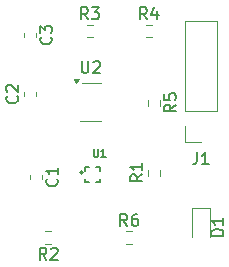
<source format=gbr>
%TF.GenerationSoftware,KiCad,Pcbnew,9.0.6*%
%TF.CreationDate,2026-01-29T18:16:48-08:00*%
%TF.ProjectId,Lab3,4c616233-2e6b-4696-9361-645f70636258,rev?*%
%TF.SameCoordinates,Original*%
%TF.FileFunction,Legend,Top*%
%TF.FilePolarity,Positive*%
%FSLAX46Y46*%
G04 Gerber Fmt 4.6, Leading zero omitted, Abs format (unit mm)*
G04 Created by KiCad (PCBNEW 9.0.6) date 2026-01-29 18:16:48*
%MOMM*%
%LPD*%
G01*
G04 APERTURE LIST*
%ADD10C,0.150000*%
%ADD11C,0.120000*%
%ADD12C,0.127000*%
%ADD13C,0.200000*%
G04 APERTURE END LIST*
D10*
X170420833Y-60484819D02*
X170087500Y-60008628D01*
X169849405Y-60484819D02*
X169849405Y-59484819D01*
X169849405Y-59484819D02*
X170230357Y-59484819D01*
X170230357Y-59484819D02*
X170325595Y-59532438D01*
X170325595Y-59532438D02*
X170373214Y-59580057D01*
X170373214Y-59580057D02*
X170420833Y-59675295D01*
X170420833Y-59675295D02*
X170420833Y-59818152D01*
X170420833Y-59818152D02*
X170373214Y-59913390D01*
X170373214Y-59913390D02*
X170325595Y-59961009D01*
X170325595Y-59961009D02*
X170230357Y-60008628D01*
X170230357Y-60008628D02*
X169849405Y-60008628D01*
X170754167Y-59484819D02*
X171373214Y-59484819D01*
X171373214Y-59484819D02*
X171039881Y-59865771D01*
X171039881Y-59865771D02*
X171182738Y-59865771D01*
X171182738Y-59865771D02*
X171277976Y-59913390D01*
X171277976Y-59913390D02*
X171325595Y-59961009D01*
X171325595Y-59961009D02*
X171373214Y-60056247D01*
X171373214Y-60056247D02*
X171373214Y-60294342D01*
X171373214Y-60294342D02*
X171325595Y-60389580D01*
X171325595Y-60389580D02*
X171277976Y-60437200D01*
X171277976Y-60437200D02*
X171182738Y-60484819D01*
X171182738Y-60484819D02*
X170897024Y-60484819D01*
X170897024Y-60484819D02*
X170801786Y-60437200D01*
X170801786Y-60437200D02*
X170754167Y-60389580D01*
X177884819Y-67714166D02*
X177408628Y-68047499D01*
X177884819Y-68285594D02*
X176884819Y-68285594D01*
X176884819Y-68285594D02*
X176884819Y-67904642D01*
X176884819Y-67904642D02*
X176932438Y-67809404D01*
X176932438Y-67809404D02*
X176980057Y-67761785D01*
X176980057Y-67761785D02*
X177075295Y-67714166D01*
X177075295Y-67714166D02*
X177218152Y-67714166D01*
X177218152Y-67714166D02*
X177313390Y-67761785D01*
X177313390Y-67761785D02*
X177361009Y-67809404D01*
X177361009Y-67809404D02*
X177408628Y-67904642D01*
X177408628Y-67904642D02*
X177408628Y-68285594D01*
X176884819Y-66809404D02*
X176884819Y-67285594D01*
X176884819Y-67285594D02*
X177361009Y-67333213D01*
X177361009Y-67333213D02*
X177313390Y-67285594D01*
X177313390Y-67285594D02*
X177265771Y-67190356D01*
X177265771Y-67190356D02*
X177265771Y-66952261D01*
X177265771Y-66952261D02*
X177313390Y-66857023D01*
X177313390Y-66857023D02*
X177361009Y-66809404D01*
X177361009Y-66809404D02*
X177456247Y-66761785D01*
X177456247Y-66761785D02*
X177694342Y-66761785D01*
X177694342Y-66761785D02*
X177789580Y-66809404D01*
X177789580Y-66809404D02*
X177837200Y-66857023D01*
X177837200Y-66857023D02*
X177884819Y-66952261D01*
X177884819Y-66952261D02*
X177884819Y-67190356D01*
X177884819Y-67190356D02*
X177837200Y-67285594D01*
X177837200Y-67285594D02*
X177789580Y-67333213D01*
X175024819Y-73626666D02*
X174548628Y-73959999D01*
X175024819Y-74198094D02*
X174024819Y-74198094D01*
X174024819Y-74198094D02*
X174024819Y-73817142D01*
X174024819Y-73817142D02*
X174072438Y-73721904D01*
X174072438Y-73721904D02*
X174120057Y-73674285D01*
X174120057Y-73674285D02*
X174215295Y-73626666D01*
X174215295Y-73626666D02*
X174358152Y-73626666D01*
X174358152Y-73626666D02*
X174453390Y-73674285D01*
X174453390Y-73674285D02*
X174501009Y-73721904D01*
X174501009Y-73721904D02*
X174548628Y-73817142D01*
X174548628Y-73817142D02*
X174548628Y-74198094D01*
X175024819Y-72674285D02*
X175024819Y-73245713D01*
X175024819Y-72959999D02*
X174024819Y-72959999D01*
X174024819Y-72959999D02*
X174167676Y-73055237D01*
X174167676Y-73055237D02*
X174262914Y-73150475D01*
X174262914Y-73150475D02*
X174310533Y-73245713D01*
X173745833Y-77984819D02*
X173412500Y-77508628D01*
X173174405Y-77984819D02*
X173174405Y-76984819D01*
X173174405Y-76984819D02*
X173555357Y-76984819D01*
X173555357Y-76984819D02*
X173650595Y-77032438D01*
X173650595Y-77032438D02*
X173698214Y-77080057D01*
X173698214Y-77080057D02*
X173745833Y-77175295D01*
X173745833Y-77175295D02*
X173745833Y-77318152D01*
X173745833Y-77318152D02*
X173698214Y-77413390D01*
X173698214Y-77413390D02*
X173650595Y-77461009D01*
X173650595Y-77461009D02*
X173555357Y-77508628D01*
X173555357Y-77508628D02*
X173174405Y-77508628D01*
X174602976Y-76984819D02*
X174412500Y-76984819D01*
X174412500Y-76984819D02*
X174317262Y-77032438D01*
X174317262Y-77032438D02*
X174269643Y-77080057D01*
X174269643Y-77080057D02*
X174174405Y-77222914D01*
X174174405Y-77222914D02*
X174126786Y-77413390D01*
X174126786Y-77413390D02*
X174126786Y-77794342D01*
X174126786Y-77794342D02*
X174174405Y-77889580D01*
X174174405Y-77889580D02*
X174222024Y-77937200D01*
X174222024Y-77937200D02*
X174317262Y-77984819D01*
X174317262Y-77984819D02*
X174507738Y-77984819D01*
X174507738Y-77984819D02*
X174602976Y-77937200D01*
X174602976Y-77937200D02*
X174650595Y-77889580D01*
X174650595Y-77889580D02*
X174698214Y-77794342D01*
X174698214Y-77794342D02*
X174698214Y-77556247D01*
X174698214Y-77556247D02*
X174650595Y-77461009D01*
X174650595Y-77461009D02*
X174602976Y-77413390D01*
X174602976Y-77413390D02*
X174507738Y-77365771D01*
X174507738Y-77365771D02*
X174317262Y-77365771D01*
X174317262Y-77365771D02*
X174222024Y-77413390D01*
X174222024Y-77413390D02*
X174174405Y-77461009D01*
X174174405Y-77461009D02*
X174126786Y-77556247D01*
X164429580Y-66989166D02*
X164477200Y-67036785D01*
X164477200Y-67036785D02*
X164524819Y-67179642D01*
X164524819Y-67179642D02*
X164524819Y-67274880D01*
X164524819Y-67274880D02*
X164477200Y-67417737D01*
X164477200Y-67417737D02*
X164381961Y-67512975D01*
X164381961Y-67512975D02*
X164286723Y-67560594D01*
X164286723Y-67560594D02*
X164096247Y-67608213D01*
X164096247Y-67608213D02*
X163953390Y-67608213D01*
X163953390Y-67608213D02*
X163762914Y-67560594D01*
X163762914Y-67560594D02*
X163667676Y-67512975D01*
X163667676Y-67512975D02*
X163572438Y-67417737D01*
X163572438Y-67417737D02*
X163524819Y-67274880D01*
X163524819Y-67274880D02*
X163524819Y-67179642D01*
X163524819Y-67179642D02*
X163572438Y-67036785D01*
X163572438Y-67036785D02*
X163620057Y-66989166D01*
X163620057Y-66608213D02*
X163572438Y-66560594D01*
X163572438Y-66560594D02*
X163524819Y-66465356D01*
X163524819Y-66465356D02*
X163524819Y-66227261D01*
X163524819Y-66227261D02*
X163572438Y-66132023D01*
X163572438Y-66132023D02*
X163620057Y-66084404D01*
X163620057Y-66084404D02*
X163715295Y-66036785D01*
X163715295Y-66036785D02*
X163810533Y-66036785D01*
X163810533Y-66036785D02*
X163953390Y-66084404D01*
X163953390Y-66084404D02*
X164524819Y-66655832D01*
X164524819Y-66655832D02*
X164524819Y-66036785D01*
X179666666Y-71764819D02*
X179666666Y-72479104D01*
X179666666Y-72479104D02*
X179619047Y-72621961D01*
X179619047Y-72621961D02*
X179523809Y-72717200D01*
X179523809Y-72717200D02*
X179380952Y-72764819D01*
X179380952Y-72764819D02*
X179285714Y-72764819D01*
X180666666Y-72764819D02*
X180095238Y-72764819D01*
X180380952Y-72764819D02*
X180380952Y-71764819D01*
X180380952Y-71764819D02*
X180285714Y-71907676D01*
X180285714Y-71907676D02*
X180190476Y-72002914D01*
X180190476Y-72002914D02*
X180095238Y-72050533D01*
X175420833Y-60484819D02*
X175087500Y-60008628D01*
X174849405Y-60484819D02*
X174849405Y-59484819D01*
X174849405Y-59484819D02*
X175230357Y-59484819D01*
X175230357Y-59484819D02*
X175325595Y-59532438D01*
X175325595Y-59532438D02*
X175373214Y-59580057D01*
X175373214Y-59580057D02*
X175420833Y-59675295D01*
X175420833Y-59675295D02*
X175420833Y-59818152D01*
X175420833Y-59818152D02*
X175373214Y-59913390D01*
X175373214Y-59913390D02*
X175325595Y-59961009D01*
X175325595Y-59961009D02*
X175230357Y-60008628D01*
X175230357Y-60008628D02*
X174849405Y-60008628D01*
X176277976Y-59818152D02*
X176277976Y-60484819D01*
X176039881Y-59437200D02*
X175801786Y-60151485D01*
X175801786Y-60151485D02*
X176420833Y-60151485D01*
X181884819Y-78823094D02*
X180884819Y-78823094D01*
X180884819Y-78823094D02*
X180884819Y-78584999D01*
X180884819Y-78584999D02*
X180932438Y-78442142D01*
X180932438Y-78442142D02*
X181027676Y-78346904D01*
X181027676Y-78346904D02*
X181122914Y-78299285D01*
X181122914Y-78299285D02*
X181313390Y-78251666D01*
X181313390Y-78251666D02*
X181456247Y-78251666D01*
X181456247Y-78251666D02*
X181646723Y-78299285D01*
X181646723Y-78299285D02*
X181741961Y-78346904D01*
X181741961Y-78346904D02*
X181837200Y-78442142D01*
X181837200Y-78442142D02*
X181884819Y-78584999D01*
X181884819Y-78584999D02*
X181884819Y-78823094D01*
X181884819Y-77299285D02*
X181884819Y-77870713D01*
X181884819Y-77584999D02*
X180884819Y-77584999D01*
X180884819Y-77584999D02*
X181027676Y-77680237D01*
X181027676Y-77680237D02*
X181122914Y-77775475D01*
X181122914Y-77775475D02*
X181170533Y-77870713D01*
X166920833Y-80844819D02*
X166587500Y-80368628D01*
X166349405Y-80844819D02*
X166349405Y-79844819D01*
X166349405Y-79844819D02*
X166730357Y-79844819D01*
X166730357Y-79844819D02*
X166825595Y-79892438D01*
X166825595Y-79892438D02*
X166873214Y-79940057D01*
X166873214Y-79940057D02*
X166920833Y-80035295D01*
X166920833Y-80035295D02*
X166920833Y-80178152D01*
X166920833Y-80178152D02*
X166873214Y-80273390D01*
X166873214Y-80273390D02*
X166825595Y-80321009D01*
X166825595Y-80321009D02*
X166730357Y-80368628D01*
X166730357Y-80368628D02*
X166349405Y-80368628D01*
X167301786Y-79940057D02*
X167349405Y-79892438D01*
X167349405Y-79892438D02*
X167444643Y-79844819D01*
X167444643Y-79844819D02*
X167682738Y-79844819D01*
X167682738Y-79844819D02*
X167777976Y-79892438D01*
X167777976Y-79892438D02*
X167825595Y-79940057D01*
X167825595Y-79940057D02*
X167873214Y-80035295D01*
X167873214Y-80035295D02*
X167873214Y-80130533D01*
X167873214Y-80130533D02*
X167825595Y-80273390D01*
X167825595Y-80273390D02*
X167254167Y-80844819D01*
X167254167Y-80844819D02*
X167873214Y-80844819D01*
X167289580Y-61989166D02*
X167337200Y-62036785D01*
X167337200Y-62036785D02*
X167384819Y-62179642D01*
X167384819Y-62179642D02*
X167384819Y-62274880D01*
X167384819Y-62274880D02*
X167337200Y-62417737D01*
X167337200Y-62417737D02*
X167241961Y-62512975D01*
X167241961Y-62512975D02*
X167146723Y-62560594D01*
X167146723Y-62560594D02*
X166956247Y-62608213D01*
X166956247Y-62608213D02*
X166813390Y-62608213D01*
X166813390Y-62608213D02*
X166622914Y-62560594D01*
X166622914Y-62560594D02*
X166527676Y-62512975D01*
X166527676Y-62512975D02*
X166432438Y-62417737D01*
X166432438Y-62417737D02*
X166384819Y-62274880D01*
X166384819Y-62274880D02*
X166384819Y-62179642D01*
X166384819Y-62179642D02*
X166432438Y-62036785D01*
X166432438Y-62036785D02*
X166480057Y-61989166D01*
X166384819Y-61655832D02*
X166384819Y-61036785D01*
X166384819Y-61036785D02*
X166765771Y-61370118D01*
X166765771Y-61370118D02*
X166765771Y-61227261D01*
X166765771Y-61227261D02*
X166813390Y-61132023D01*
X166813390Y-61132023D02*
X166861009Y-61084404D01*
X166861009Y-61084404D02*
X166956247Y-61036785D01*
X166956247Y-61036785D02*
X167194342Y-61036785D01*
X167194342Y-61036785D02*
X167289580Y-61084404D01*
X167289580Y-61084404D02*
X167337200Y-61132023D01*
X167337200Y-61132023D02*
X167384819Y-61227261D01*
X167384819Y-61227261D02*
X167384819Y-61512975D01*
X167384819Y-61512975D02*
X167337200Y-61608213D01*
X167337200Y-61608213D02*
X167289580Y-61655832D01*
X169888095Y-64014819D02*
X169888095Y-64824342D01*
X169888095Y-64824342D02*
X169935714Y-64919580D01*
X169935714Y-64919580D02*
X169983333Y-64967200D01*
X169983333Y-64967200D02*
X170078571Y-65014819D01*
X170078571Y-65014819D02*
X170269047Y-65014819D01*
X170269047Y-65014819D02*
X170364285Y-64967200D01*
X170364285Y-64967200D02*
X170411904Y-64919580D01*
X170411904Y-64919580D02*
X170459523Y-64824342D01*
X170459523Y-64824342D02*
X170459523Y-64014819D01*
X170888095Y-64110057D02*
X170935714Y-64062438D01*
X170935714Y-64062438D02*
X171030952Y-64014819D01*
X171030952Y-64014819D02*
X171269047Y-64014819D01*
X171269047Y-64014819D02*
X171364285Y-64062438D01*
X171364285Y-64062438D02*
X171411904Y-64110057D01*
X171411904Y-64110057D02*
X171459523Y-64205295D01*
X171459523Y-64205295D02*
X171459523Y-64300533D01*
X171459523Y-64300533D02*
X171411904Y-64443390D01*
X171411904Y-64443390D02*
X170840476Y-65014819D01*
X170840476Y-65014819D02*
X171459523Y-65014819D01*
X167789580Y-73989166D02*
X167837200Y-74036785D01*
X167837200Y-74036785D02*
X167884819Y-74179642D01*
X167884819Y-74179642D02*
X167884819Y-74274880D01*
X167884819Y-74274880D02*
X167837200Y-74417737D01*
X167837200Y-74417737D02*
X167741961Y-74512975D01*
X167741961Y-74512975D02*
X167646723Y-74560594D01*
X167646723Y-74560594D02*
X167456247Y-74608213D01*
X167456247Y-74608213D02*
X167313390Y-74608213D01*
X167313390Y-74608213D02*
X167122914Y-74560594D01*
X167122914Y-74560594D02*
X167027676Y-74512975D01*
X167027676Y-74512975D02*
X166932438Y-74417737D01*
X166932438Y-74417737D02*
X166884819Y-74274880D01*
X166884819Y-74274880D02*
X166884819Y-74179642D01*
X166884819Y-74179642D02*
X166932438Y-74036785D01*
X166932438Y-74036785D02*
X166980057Y-73989166D01*
X167884819Y-73036785D02*
X167884819Y-73608213D01*
X167884819Y-73322499D02*
X166884819Y-73322499D01*
X166884819Y-73322499D02*
X167027676Y-73417737D01*
X167027676Y-73417737D02*
X167122914Y-73512975D01*
X167122914Y-73512975D02*
X167170533Y-73608213D01*
X170919380Y-71476876D02*
X170919380Y-71994971D01*
X170919380Y-71994971D02*
X170949857Y-72055923D01*
X170949857Y-72055923D02*
X170980333Y-72086400D01*
X170980333Y-72086400D02*
X171041285Y-72116876D01*
X171041285Y-72116876D02*
X171163190Y-72116876D01*
X171163190Y-72116876D02*
X171224142Y-72086400D01*
X171224142Y-72086400D02*
X171254619Y-72055923D01*
X171254619Y-72055923D02*
X171285095Y-71994971D01*
X171285095Y-71994971D02*
X171285095Y-71476876D01*
X171925095Y-72116876D02*
X171559380Y-72116876D01*
X171742237Y-72116876D02*
X171742237Y-71476876D01*
X171742237Y-71476876D02*
X171681285Y-71568304D01*
X171681285Y-71568304D02*
X171620333Y-71629257D01*
X171620333Y-71629257D02*
X171559380Y-71659733D01*
D11*
%TO.C,R3*%
X170332776Y-60937500D02*
X170842224Y-60937500D01*
X170332776Y-61982500D02*
X170842224Y-61982500D01*
%TO.C,R5*%
X175477500Y-67292776D02*
X175477500Y-67802224D01*
X176522500Y-67292776D02*
X176522500Y-67802224D01*
%TO.C,R1*%
X175477500Y-73714724D02*
X175477500Y-73205276D01*
X176522500Y-73714724D02*
X176522500Y-73205276D01*
%TO.C,R6*%
X173657776Y-78437500D02*
X174167224Y-78437500D01*
X173657776Y-79482500D02*
X174167224Y-79482500D01*
%TO.C,C2*%
X164990000Y-66968767D02*
X164990000Y-66676233D01*
X166010000Y-66968767D02*
X166010000Y-66676233D01*
%TO.C,J1*%
X178670000Y-68270000D02*
X178670000Y-60590000D01*
X178670000Y-70870000D02*
X178670000Y-69540000D01*
X180000000Y-70870000D02*
X178670000Y-70870000D01*
X181330000Y-60590000D02*
X178670000Y-60590000D01*
X181330000Y-68270000D02*
X178670000Y-68270000D01*
X181330000Y-68270000D02*
X181330000Y-60590000D01*
%TO.C,R4*%
X175332776Y-60937500D02*
X175842224Y-60937500D01*
X175332776Y-61982500D02*
X175842224Y-61982500D01*
%TO.C,D1*%
X179265000Y-76425000D02*
X179265000Y-78885000D01*
X180735000Y-76425000D02*
X179265000Y-76425000D01*
X180735000Y-78885000D02*
X180735000Y-76425000D01*
%TO.C,R2*%
X167342224Y-78437500D02*
X166832776Y-78437500D01*
X167342224Y-79482500D02*
X166832776Y-79482500D01*
%TO.C,C3*%
X164990000Y-61676233D02*
X164990000Y-61968767D01*
X166010000Y-61676233D02*
X166010000Y-61968767D01*
%TO.C,U2*%
X169750000Y-69070000D02*
X171550000Y-69070000D01*
X170750000Y-65850000D02*
X169950000Y-65850000D01*
X170750000Y-65850000D02*
X171550000Y-65850000D01*
X169450000Y-65900000D02*
X169210000Y-65570000D01*
X169690000Y-65570000D01*
X169450000Y-65900000D01*
G36*
X169450000Y-65900000D02*
G01*
X169210000Y-65570000D01*
X169690000Y-65570000D01*
X169450000Y-65900000D01*
G37*
%TO.C,C1*%
X165490000Y-73676233D02*
X165490000Y-73968767D01*
X166510000Y-73676233D02*
X166510000Y-73968767D01*
D12*
%TO.C,U1*%
X170165000Y-73025000D02*
X170165000Y-73342500D01*
X170165000Y-73025000D02*
X170482500Y-73025000D01*
X170165000Y-74295000D02*
X170165000Y-73977500D01*
X170165000Y-74295000D02*
X170482500Y-74295000D01*
X171435000Y-73025000D02*
X171117500Y-73025000D01*
X171435000Y-73025000D02*
X171435000Y-73342500D01*
X171435000Y-74295000D02*
X171117500Y-74295000D01*
X171435000Y-74295000D02*
X171435000Y-73977500D01*
D13*
X169975000Y-73460000D02*
G75*
G02*
X169775000Y-73460000I-100000J0D01*
G01*
X169775000Y-73460000D02*
G75*
G02*
X169975000Y-73460000I100000J0D01*
G01*
%TD*%
M02*

</source>
